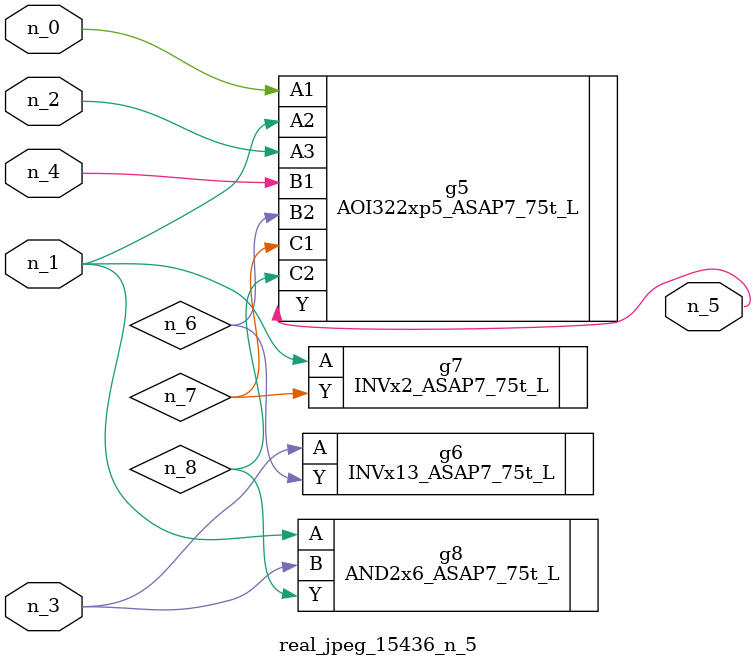
<source format=v>
module real_jpeg_15436_n_5 (n_4, n_0, n_1, n_2, n_3, n_5);

input n_4;
input n_0;
input n_1;
input n_2;
input n_3;

output n_5;

wire n_8;
wire n_6;
wire n_7;

AOI322xp5_ASAP7_75t_L g5 ( 
.A1(n_0),
.A2(n_1),
.A3(n_2),
.B1(n_4),
.B2(n_6),
.C1(n_7),
.C2(n_8),
.Y(n_5)
);

INVx2_ASAP7_75t_L g7 ( 
.A(n_1),
.Y(n_7)
);

AND2x6_ASAP7_75t_L g8 ( 
.A(n_1),
.B(n_3),
.Y(n_8)
);

INVx13_ASAP7_75t_L g6 ( 
.A(n_3),
.Y(n_6)
);


endmodule
</source>
